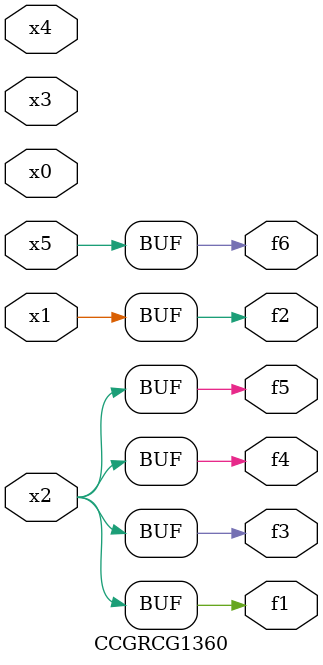
<source format=v>
module CCGRCG1360(
	input x0, x1, x2, x3, x4, x5,
	output f1, f2, f3, f4, f5, f6
);
	assign f1 = x2;
	assign f2 = x1;
	assign f3 = x2;
	assign f4 = x2;
	assign f5 = x2;
	assign f6 = x5;
endmodule

</source>
